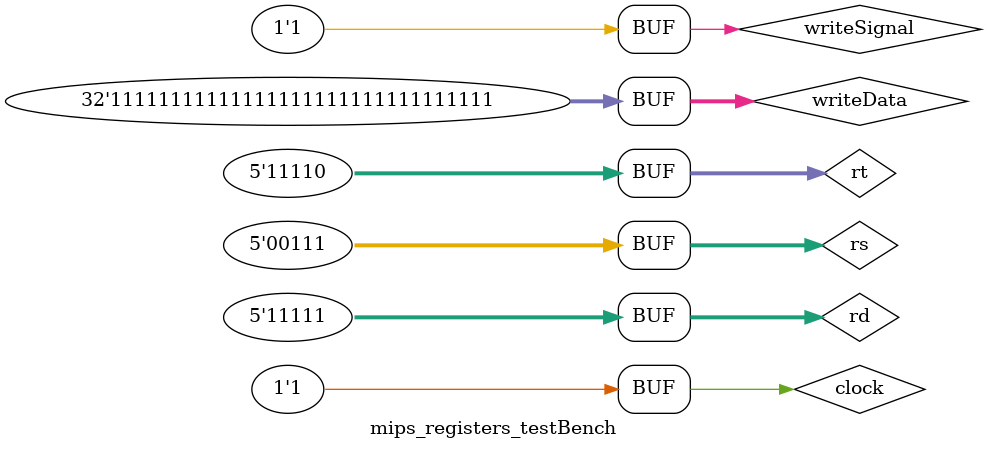
<source format=v>
module mips_registers_testBench();
	wire [31:0]data1, data2;
	reg [4:0]rs, rt, rd;
	reg [31:0]writeData;
	reg clock, writeSignal;
	
	
	
	// Calling module to test
	mips_registers regs(data1, data2, writeData, rs, rt, rd, writeSignal, clock);
	
	
	
	// Test values
	initial begin
		rs = 5'b00011; rt = 5'b10011; #10;
		rs = 5'b11111; rt = 5'b01110; #10;
		writeSignal = 1'b1; clock = 1'b1; writeData = 32'b11111111111111111111111111111111; rd = 5'b11111; rs = 5'b01001; rt = 5'b01110; #10;
		rs = 5'b10001; rt = 5'b11111; #10;
		rs = 5'b00111; rt = 5'b11110; #10;
	end
	
	
	
	// Monitoring changes
	initial begin
		$monitor("Time=%2d, rs=%5b, rt=%5b, register1=%32b, register2=%32b", $time, rs, rt, data1, data2);
	end
endmodule
</source>
